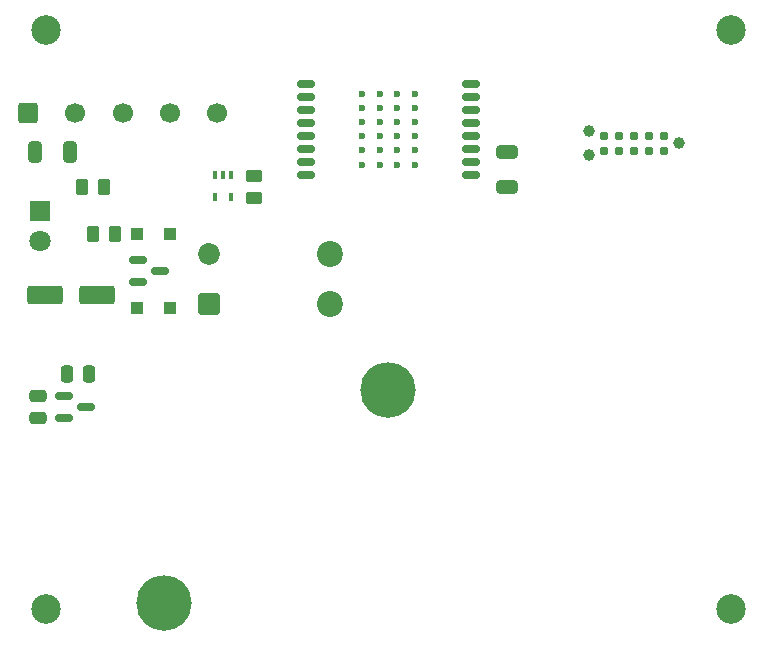
<source format=gbr>
%TF.GenerationSoftware,KiCad,Pcbnew,6.0.0-d3dd2cf0fa~116~ubuntu21.10.1*%
%TF.CreationDate,2022-01-01T15:31:35+02:00*%
%TF.ProjectId,moca-hcho,6d6f6361-2d68-4636-986f-2e6b69636164,v1.0*%
%TF.SameCoordinates,Original*%
%TF.FileFunction,Soldermask,Top*%
%TF.FilePolarity,Negative*%
%FSLAX46Y46*%
G04 Gerber Fmt 4.6, Leading zero omitted, Abs format (unit mm)*
G04 Created by KiCad (PCBNEW 6.0.0-d3dd2cf0fa~116~ubuntu21.10.1) date 2022-01-01 15:31:35*
%MOMM*%
%LPD*%
G01*
G04 APERTURE LIST*
G04 Aperture macros list*
%AMRoundRect*
0 Rectangle with rounded corners*
0 $1 Rounding radius*
0 $2 $3 $4 $5 $6 $7 $8 $9 X,Y pos of 4 corners*
0 Add a 4 corners polygon primitive as box body*
4,1,4,$2,$3,$4,$5,$6,$7,$8,$9,$2,$3,0*
0 Add four circle primitives for the rounded corners*
1,1,$1+$1,$2,$3*
1,1,$1+$1,$4,$5*
1,1,$1+$1,$6,$7*
1,1,$1+$1,$8,$9*
0 Add four rect primitives between the rounded corners*
20,1,$1+$1,$2,$3,$4,$5,0*
20,1,$1+$1,$4,$5,$6,$7,0*
20,1,$1+$1,$6,$7,$8,$9,0*
20,1,$1+$1,$8,$9,$2,$3,0*%
G04 Aperture macros list end*
%ADD10RoundRect,0.250000X-0.600000X-0.600000X0.600000X-0.600000X0.600000X0.600000X-0.600000X0.600000X0*%
%ADD11C,1.700000*%
%ADD12RoundRect,0.250000X-0.325000X-0.650000X0.325000X-0.650000X0.325000X0.650000X-0.325000X0.650000X0*%
%ADD13C,2.500000*%
%ADD14RoundRect,0.250000X0.250000X0.475000X-0.250000X0.475000X-0.250000X-0.475000X0.250000X-0.475000X0*%
%ADD15R,1.800000X1.800000*%
%ADD16C,1.800000*%
%ADD17RoundRect,0.150000X-0.587500X-0.150000X0.587500X-0.150000X0.587500X0.150000X-0.587500X0.150000X0*%
%ADD18RoundRect,0.250000X1.250000X0.550000X-1.250000X0.550000X-1.250000X-0.550000X1.250000X-0.550000X0*%
%ADD19C,0.990600*%
%ADD20C,0.787400*%
%ADD21RoundRect,0.175000X-0.575000X-0.175000X0.575000X-0.175000X0.575000X0.175000X-0.575000X0.175000X0*%
%ADD22C,0.600000*%
%ADD23C,2.200000*%
%ADD24RoundRect,0.250000X0.675000X-0.675000X0.675000X0.675000X-0.675000X0.675000X-0.675000X-0.675000X0*%
%ADD25C,1.850000*%
%ADD26RoundRect,0.250000X-0.262500X-0.450000X0.262500X-0.450000X0.262500X0.450000X-0.262500X0.450000X0*%
%ADD27R,1.100000X1.100000*%
%ADD28RoundRect,0.250000X-0.450000X0.262500X-0.450000X-0.262500X0.450000X-0.262500X0.450000X0.262500X0*%
%ADD29C,4.700000*%
%ADD30RoundRect,0.250000X0.650000X-0.325000X0.650000X0.325000X-0.650000X0.325000X-0.650000X-0.325000X0*%
%ADD31RoundRect,0.250000X0.475000X-0.250000X0.475000X0.250000X-0.475000X0.250000X-0.475000X-0.250000X0*%
%ADD32RoundRect,0.250000X0.262500X0.450000X-0.262500X0.450000X-0.262500X-0.450000X0.262500X-0.450000X0*%
%ADD33R,0.400000X0.650000*%
G04 APERTURE END LIST*
D10*
%TO.C,J2*%
X69500000Y-82500000D03*
D11*
X73500000Y-82500000D03*
X77500000Y-82500000D03*
X81500000Y-82500000D03*
X85500000Y-82500000D03*
%TD*%
D12*
%TO.C,C5*%
X70050000Y-85800000D03*
X73000000Y-85800000D03*
%TD*%
D13*
%TO.C,H4*%
X129000000Y-124500000D03*
%TD*%
%TO.C,H2*%
X129000000Y-75500000D03*
%TD*%
%TO.C,H3*%
X71000000Y-75500000D03*
%TD*%
D14*
%TO.C,C2*%
X74650000Y-104600000D03*
X72750000Y-104600000D03*
%TD*%
D15*
%TO.C,D3*%
X70500000Y-90800000D03*
D16*
X70500000Y-93340000D03*
%TD*%
D17*
%TO.C,U2*%
X72525000Y-106450000D03*
X72525000Y-108350000D03*
X74400000Y-107400000D03*
%TD*%
D18*
%TO.C,C1*%
X75300000Y-97900000D03*
X70900000Y-97900000D03*
%TD*%
D19*
%TO.C,J3*%
X116990000Y-84084000D03*
X116990000Y-86116000D03*
X124610000Y-85100000D03*
D20*
X123340000Y-84465000D03*
X122070000Y-84465000D03*
X120800000Y-84465000D03*
X119530000Y-84465000D03*
X118260000Y-84465000D03*
X118260000Y-85735000D03*
X119530000Y-85735000D03*
X120800000Y-85735000D03*
X122070000Y-85735000D03*
X123340000Y-85735000D03*
%TD*%
D21*
%TO.C,U1*%
X93000000Y-80100000D03*
X93000000Y-81200000D03*
X93000000Y-82300000D03*
X93000000Y-83400000D03*
X93000000Y-84500000D03*
X93000000Y-85600000D03*
X93000000Y-86700000D03*
X93000000Y-87800000D03*
X107000000Y-87800000D03*
X107000000Y-86700000D03*
X107000000Y-85600000D03*
X107000000Y-84500000D03*
X107000000Y-83400000D03*
X107000000Y-82300000D03*
X107000000Y-81200000D03*
X107000000Y-80100000D03*
D22*
X97750000Y-80900000D03*
X97750000Y-82100000D03*
X97750000Y-83300000D03*
X97750000Y-84500000D03*
X97750000Y-85700000D03*
X97750000Y-86900000D03*
X99250000Y-80900000D03*
X99250000Y-82100000D03*
X99250000Y-83300000D03*
X99250000Y-84500000D03*
X99250000Y-85700000D03*
X99250000Y-86900000D03*
X100750000Y-80900000D03*
X100750000Y-82100000D03*
X100750000Y-83300000D03*
X100750000Y-84500000D03*
X100750000Y-85700000D03*
X100750000Y-86900000D03*
X102250000Y-80900000D03*
X102250000Y-82100000D03*
X102250000Y-83300000D03*
X102250000Y-84500000D03*
X102250000Y-85700000D03*
X102250000Y-86900000D03*
%TD*%
D23*
%TO.C,J1*%
X95010000Y-94500000D03*
X95010000Y-98700000D03*
D24*
X84810000Y-98700000D03*
D25*
X84810000Y-94500000D03*
%TD*%
D13*
%TO.C,H1*%
X71000000Y-124500000D03*
%TD*%
D26*
%TO.C,R3*%
X74087500Y-88800000D03*
X75912500Y-88800000D03*
%TD*%
D27*
%TO.C,D2*%
X81500000Y-99000000D03*
X78700000Y-99000000D03*
%TD*%
D28*
%TO.C,R2*%
X88600000Y-87875000D03*
X88600000Y-89700000D03*
%TD*%
D29*
%TO.C,H5*%
X81000000Y-124000000D03*
%TD*%
D17*
%TO.C,Q1*%
X78762500Y-94950000D03*
X78762500Y-96850000D03*
X80637500Y-95900000D03*
%TD*%
D30*
%TO.C,C4*%
X110000000Y-88750000D03*
X110000000Y-85800000D03*
%TD*%
D27*
%TO.C,D1*%
X78700000Y-92800000D03*
X81500000Y-92800000D03*
%TD*%
D31*
%TO.C,C3*%
X70362500Y-108350000D03*
X70362500Y-106450000D03*
%TD*%
D29*
%TO.C,H6*%
X100000000Y-106000000D03*
%TD*%
D32*
%TO.C,R1*%
X76825000Y-92800000D03*
X75000000Y-92800000D03*
%TD*%
D33*
%TO.C,U3*%
X86650000Y-87750000D03*
X86000000Y-87750000D03*
X85350000Y-87750000D03*
X85350000Y-89650000D03*
X86650000Y-89650000D03*
%TD*%
M02*

</source>
